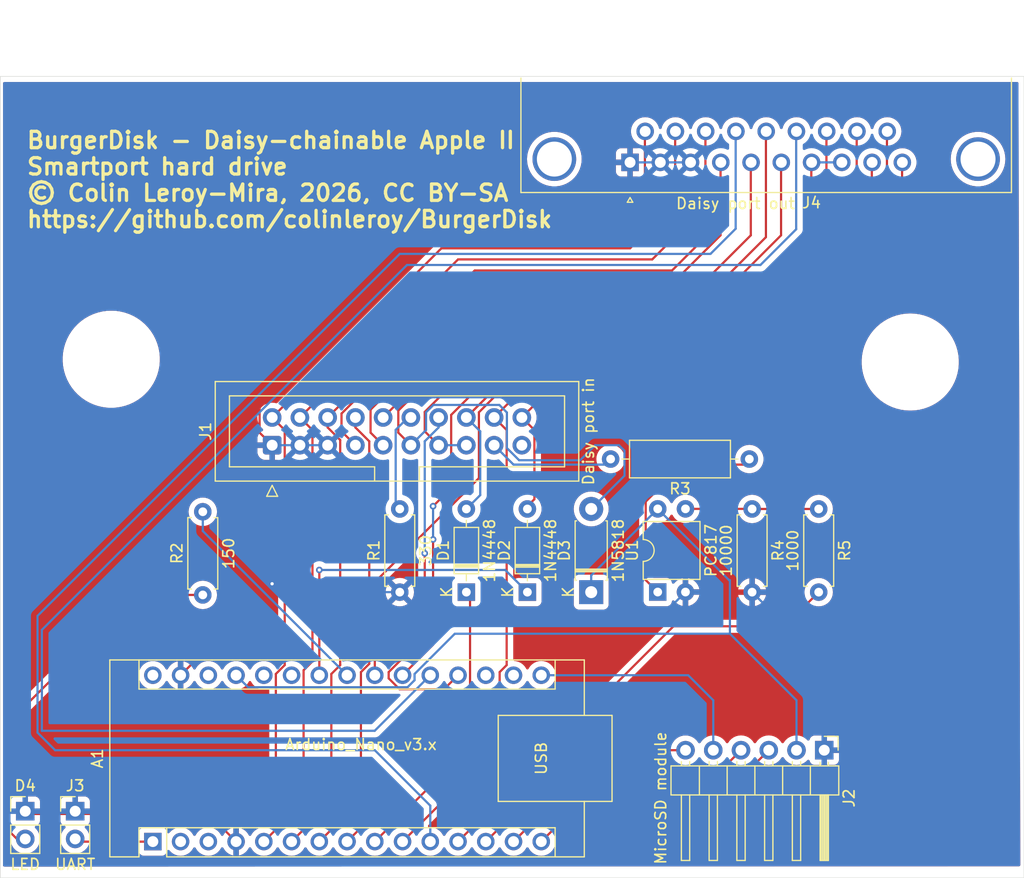
<source format=kicad_pcb>
(kicad_pcb (version 20221018) (generator pcbnew)
  (layers (0 "F.Cu" signal) (31 "B.Cu" signal) (34 "B.Paste" user) (35 "F.Paste" user) (36 "B.SilkS" user "B.Silkscreen") (37 "F.SilkS" user "F.Silkscreen") (38 "B.Mask" user) (39 "F.Mask" user) (44 "Edge.Cuts" user))
  (net 0 "")
  (net 1 "TX")
  (net 2 "GND")
  (net 3 "PH0")
  (net 4 "PH1")
  (net 5 "PH2")
  (net 6 "PH3_in")
  (net 7 "RDDATA_in")
  (net 8 "WRDATA")
  (net 9 "PH3_out")
  (net 10 "DRV2_burgerDisk")
  (net 11 "CS")
  (net 12 "MOSI")
  (net 13 "MISO")
  (net 14 "SCK")
  (net 15 "DRV1_in")
  (net 16 "HDSEL_out")
  (net 17 "DRV1_out")
  (net 18 "DRV2_out")
  (net 19 "WRPROT_in")
  (net 20 "5V_burgerDisk")
  (net 21 "RDDATA_out")
  (net 22 "WRPROT_out")
  (net 23 "5V_apple2")
  (net 24 "EN3.5")
  (net 25 "-12V")
  (net 26 "+12V")
  (net 27 "DRV2_in")
  (net 28 "WREQ")
  (net 38 "Net-(R4-Pad1)")
  (net 39 "Net-(R3-Pad1)")
  (net 40 "HDSEL_in")
  (net 41 "Net-(D4-A)")
  (net 42 "Net-(A1-A4)")
  (footprint "DSUB-19-angled:DSUB-19_Female_Horizontal_P2.77x2.84mm_EdgePinOffset4.94mm_Housed_MountingHolesOffset7.48mm" (layer "F.Cu") (at 128.524 45.72 180)
    (fp_text reference "J4" (at -16.62 -3.7 180) (layer "F.SilkS"))
    (fp_text value "Daisy port out" (at -9.647 -3.764 180) (layer "F.SilkS"))
    (pad "0" thru_hole circle (at -31.86 0.3 180) (size 4 4) (drill 3.2) (layers "*.Cu" "*.Mask"))
    (pad "0" thru_hole circle (at 6.93 0.3 180) (size 4 4) (drill 3.2) (layers "*.Cu" "*.Mask"))
    (pad "1" thru_hole rect (at 0 0 180) (size 1.6 1.6) (drill 1) (layers "*.Cu" "*.Mask") (net 2 "GND"))
    (pad "2" thru_hole circle (at -2.77 0 180) (size 1.6 1.6) (drill 1) (layers "*.Cu" "*.Mask") (net 2 "GND"))
    (pad "3" thru_hole circle (at -5.54 0 180) (size 1.6 1.6) (drill 1) (layers "*.Cu" "*.Mask") (net 2 "GND"))
    (pad "4" thru_hole circle (at -8.31 0 180) (size 1.6 1.6) (drill 1) (layers "*.Cu" "*.Mask") (net 24 "EN3.5"))
    (pad "5" thru_hole circle (at -11.08 0 180) (size 1.6 1.6) (drill 1) (layers "*.Cu" "*.Mask") (net 25 "-12V"))
    (pad "6" thru_hole circle (at -13.85 0 180) (size 1.6 1.6) (drill 1) (layers "*.Cu" "*.Mask") (net 23 "5V_apple2"))
    (pad "7" thru_hole circle (at -16.62 0 180) (size 1.6 1.6) (drill 1) (layers "*.Cu" "*.Mask") (net 26 "+12V"))
    (pad "8" thru_hole circle (at -19.39 0 180) (size 1.6 1.6) (drill 1) (layers "*.Cu" "*.Mask") (net 26 "+12V"))
    (pad "9" thru_hole circle (at -22.16 0 180) (size 1.6 1.6) (drill 1) (layers "*.Cu" "*.Mask") (net 18 "DRV2_out"))
    (pad "10" thru_hole circle (at -24.93 0 180) (size 1.6 1.6) (drill 1) (layers "*.Cu" "*.Mask") (net 22 "WRPROT_out"))
    (pad "11" thru_hole circle (at -1.385 2.84 180) (size 1.6 1.6) (drill 1) (layers "*.Cu" "*.Mask") (net 3 "PH0"))
    (pad "12" thru_hole circle (at -4.155 2.84 180) (size 1.6 1.6) (drill 1) (layers "*.Cu" "*.Mask") (net 4 "PH1"))
    (pad "13" thru_hole circle (at -6.925 2.84 180) (size 1.6 1.6) (drill 1) (layers "*.Cu" "*.Mask") (net 5 "PH2"))
    (pad "14" thru_hole circle (at -9.695 2.84 180) (size 1.6 1.6) (drill 1) (layers "*.Cu" "*.Mask") (net 9 "PH3_out"))
    (pad "15" thru_hole circle (at -12.465 2.84 180) (size 1.6 1.6) (drill 1) (layers "*.Cu" "*.Mask") (net 28 "WREQ"))
    (pad "16" thru_hole circle (at -15.235 2.84 180) (size 1.6 1.6) (drill 1) (layers "*.Cu" "*.Mask") (net 16 "HDSEL_out"))
    (pad "17" thru_hole circle (at -18.005 2.84 180) (size 1.6 1.6) (drill 1) (layers "*.Cu" "*.Mask") (net 17 "DRV1_out"))
    (pad "18" thru_hole circle (at -20.775 2.84 180) (size 1.6 1.6) (drill 1) (layers "*.Cu" "*.Mask") (net 21 "RDDATA_out"))
    (pad "19" thru_hole circle (at -23.545 2.84 180) (size 1.6 1.6) (drill 1) (layers "*.Cu" "*.Mask") (net 8 "WRDATA"))
  )
  (footprint "Diode_THT:D_DO-41_SOD81_P7.62mm_Horizontal" (layer "F.Cu") (at 124.968 85.09 90)
    (fp_text reference "D3" (at 3.81 -2.47 90) (layer "F.SilkS"))
    (fp_text value "1N5818" (at 3.81 2.47 90) (layer "F.SilkS"))
    (fp_text user "K" (at 0 -2.1 90) (layer "F.SilkS"))
    (pad "1" thru_hole rect (at 0 0 90) (size 2.2 2.2) (drill 1.1) (layers "*.Cu" "*.Mask") (net 20 "5V_burgerDisk"))
    (pad "2" thru_hole oval (at 7.62 0 90) (size 2.2 2.2) (drill 1.1) (layers "*.Cu" "*.Mask") (net 23 "5V_apple2"))
  )
  (footprint "Package_DIP:DIP-4_W7.62mm" (layer "F.Cu") (at 131.059 85.08 90)
    (fp_text reference "U1" (at 3.81 -2.33 90) (layer "F.SilkS"))
    (fp_text value "PC817" (at 3.81 4.87 90) (layer "F.SilkS"))
    (pad "1" thru_hole rect (at 0 0 90) (size 1.6 1.6) (drill 0.8) (layers "*.Cu" "*.Mask") (net 39 "Net-(R3-Pad1)"))
    (pad "2" thru_hole oval (at 0 2.54 90) (size 1.6 1.6) (drill 0.8) (layers "*.Cu" "*.Mask") (net 2 "GND"))
    (pad "3" thru_hole oval (at 7.62 2.54 90) (size 1.6 1.6) (drill 0.8) (layers "*.Cu" "*.Mask") (net 38 "Net-(R4-Pad1)"))
    (pad "4" thru_hole oval (at 7.62 0 90) (size 1.6 1.6) (drill 0.8) (layers "*.Cu" "*.Mask") (net 20 "5V_burgerDisk"))
  )
  (footprint "Resistor_THT:R_Axial_DIN0207_L6.3mm_D2.5mm_P7.62mm_Horizontal" (layer "F.Cu") (at 107.442 85.09 90)
    (fp_text reference "R1" (at 3.81 -2.37 90) (layer "F.SilkS"))
    (fp_text value "330" (at 3.81 2.37 90) (layer "F.SilkS"))
    (pad "1" thru_hole circle (at 0 0 90) (size 1.6 1.6) (drill 0.8) (layers "*.Cu" "*.Mask") (net 2 "GND"))
    (pad "2" thru_hole oval (at 7.62 0 90) (size 1.6 1.6) (drill 0.8) (layers "*.Cu" "*.Mask") (net 40 "HDSEL_in"))
  )
  (footprint "Connector_PinHeader_2.54mm:PinHeader_1x02_P2.54mm_Vertical" (layer "F.Cu") (at 73.152 105.156)
    (fp_text reference "D4" (at 0 -2.33) (layer "F.SilkS"))
    (fp_text value "LED" (at 0 4.87) (layer "F.SilkS"))
    (pad "1" thru_hole rect (at 0 0) (size 1.7 1.7) (drill 1) (layers "*.Cu" "*.Mask") (net 2 "GND"))
    (pad "2" thru_hole oval (at 0 2.54) (size 1.7 1.7) (drill 1) (layers "*.Cu" "*.Mask") (net 41 "Net-(D4-A)"))
  )
  (footprint "MountingHole:MountingHole_8.4mm_M8" (layer "F.Cu") (at 154.178 64.008)
    (fp_text reference "REF**")
    (fp_text value "MountingHole_8.4mm_M8")
    (pad "" np_thru_hole circle (at 0 0) (size 8.4 8.4) (drill 8.4) (layers "*.Cu" "*.Mask"))
  )
  (footprint "Connector_PinHeader_2.54mm:PinHeader_1x02_P2.54mm_Vertical" (layer "F.Cu") (at 77.724 105.156)
    (fp_text reference "J3" (at 0 -2.33) (layer "F.SilkS"))
    (fp_text value "UART" (at 0 4.87) (layer "F.SilkS"))
    (pad "1" thru_hole rect (at 0 0) (size 1.7 1.7) (drill 1) (layers "*.Cu" "*.Mask") (net 2 "GND"))
    (pad "2" thru_hole oval (at 0 2.54) (size 1.7 1.7) (drill 1) (layers "*.Cu" "*.Mask") (net 1 "TX"))
  )
  (footprint "MountingHole:MountingHole_8.4mm_M8" (layer "F.Cu") (at 81.026 63.754)
    (fp_text reference "REF**")
    (fp_text value "MountingHole_8.4mm_M8")
    (pad "" np_thru_hole circle (at 0 0) (size 8.4 8.4) (drill 8.4) (layers "*.Cu" "*.Mask"))
  )
  (footprint "Resistor_THT:R_Axial_DIN0309_L9.0mm_D3.2mm_P12.70mm_Horizontal" (layer "F.Cu") (at 139.446 72.898 180)
    (fp_text reference "R3" (at 6.35 -2.72) (layer "F.SilkS"))
    (fp_text value "470")
    (pad "1" thru_hole circle (at 0 0 180) (size 1.6 1.6) (drill 0.8) (layers "*.Cu" "*.Mask") (net 39 "Net-(R3-Pad1)"))
    (pad "2" thru_hole oval (at 12.7 0 180) (size 1.6 1.6) (drill 0.8) (layers "*.Cu" "*.Mask") (net 27 "DRV2_in"))
  )
  (footprint "Resistor_THT:R_Axial_DIN0207_L6.3mm_D2.5mm_P7.62mm_Horizontal" (layer "F.Cu") (at 139.7 77.47 -90)
    (fp_text reference "R4" (at 3.81 -2.37 90) (layer "F.SilkS"))
    (fp_text value "10000" (at 3.81 2.37 90) (layer "F.SilkS"))
    (pad "1" thru_hole circle (at 0 0 270) (size 1.6 1.6) (drill 0.8) (layers "*.Cu" "*.Mask") (net 38 "Net-(R4-Pad1)"))
    (pad "2" thru_hole oval (at 7.62 0 270) (size 1.6 1.6) (drill 0.8) (layers "*.Cu" "*.Mask") (net 2 "GND"))
  )
  (footprint "Module:Arduino_Nano" (layer "F.Cu") (at 84.836 107.94 90)
    (fp_text reference "A1" (at 7.62 -5.08 90) (layer "F.SilkS"))
    (fp_text value "Arduino_Nano_v3.x" (at 8.89 19.05) (layer "F.SilkS"))
    (fp_text user "USB" (at 7.62 35.56 90 unlocked) (layer "F.SilkS"))
    (pad "1" thru_hole rect (at 0 0 90) (size 1.6 1.6) (drill 1) (layers "*.Cu" "*.Mask") (net 1 "TX"))
    (pad "2" thru_hole oval (at 0 2.54 90) (size 1.6 1.6) (drill 1) (layers "*.Cu" "*.Mask"))
    (pad "3" thru_hole oval (at 0 5.08 90) (size 1.6 1.6) (drill 1) (layers "*.Cu" "*.Mask"))
    (pad "4" thru_hole oval (at 0 7.62 90) (size 1.6 1.6) (drill 1) (layers "*.Cu" "*.Mask") (net 2 "GND"))
    (pad "5" thru_hole oval (at 0 10.16 90) (size 1.6 1.6) (drill 1) (layers "*.Cu" "*.Mask") (net 3 "PH0"))
    (pad "6" thru_hole oval (at 0 12.7 90) (size 1.6 1.6) (drill 1) (layers "*.Cu" "*.Mask") (net 4 "PH1"))
    (pad "7" thru_hole oval (at 0 15.24 90) (size 1.6 1.6) (drill 1) (layers "*.Cu" "*.Mask") (net 5 "PH2"))
    (pad "8" thru_hole oval (at 0 17.78 90) (size 1.6 1.6) (drill 1) (layers "*.Cu" "*.Mask") (net 6 "PH3_in"))
    (pad "9" thru_hole oval (at 0 20.32 90) (size 1.6 1.6) (drill 1) (layers "*.Cu" "*.Mask") (net 7 "RDDATA_in"))
    (pad "10" thru_hole oval (at 0 22.86 90) (size 1.6 1.6) (drill 1) (layers "*.Cu" "*.Mask") (net 8 "WRDATA"))
    (pad "11" thru_hole oval (at 0 25.4 90) (size 1.6 1.6) (drill 1) (layers "*.Cu" "*.Mask") (net 9 "PH3_out"))
    (pad "12" thru_hole oval (at 0 27.94 90) (size 1.6 1.6) (drill 1) (layers "*.Cu" "*.Mask") (net 10 "DRV2_burgerDisk"))
    (pad "13" thru_hole oval (at 0 30.48 90) (size 1.6 1.6) (drill 1) (layers "*.Cu" "*.Mask") (net 11 "CS"))
    (pad "14" thru_hole oval (at 0 33.02 90) (size 1.6 1.6) (drill 1) (layers "*.Cu" "*.Mask") (net 12 "MOSI"))
    (pad "15" thru_hole oval (at 0 35.56 90) (size 1.6 1.6) (drill 1) (layers "*.Cu" "*.Mask") (net 13 "MISO"))
    (pad "16" thru_hole oval (at 15.24 35.56 90) (size 1.6 1.6) (drill 1) (layers "*.Cu" "*.Mask") (net 14 "SCK"))
    (pad "17" thru_hole oval (at 15.24 33.02 90) (size 1.6 1.6) (drill 1) (layers "*.Cu" "*.Mask"))
    (pad "18" thru_hole oval (at 15.24 30.48 90) (size 1.6 1.6) (drill 1) (layers "*.Cu" "*.Mask"))
    (pad "19" thru_hole oval (at 15.24 27.94 90) (size 1.6 1.6) (drill 1) (layers "*.Cu" "*.Mask") (net 15 "DRV1_in"))
    (pad "20" thru_hole oval (at 15.24 25.4 90) (size 1.6 1.6) (drill 1) (layers "*.Cu" "*.Mask") (net 16 "HDSEL_out"))
    (pad "21" thru_hole oval (at 15.24 22.86 90) (size 1.6 1.6) (drill 1) (layers "*.Cu" "*.Mask") (net 17 "DRV1_out"))
    (pad "22" thru_hole oval (at 15.24 20.32 90) (size 1.6 1.6) (drill 1) (layers "*.Cu" "*.Mask") (net 18 "DRV2_out"))
    (pad "23" thru_hole oval (at 15.24 17.78 90) (size 1.6 1.6) (drill 1) (layers "*.Cu" "*.Mask") (net 42 "Net-(A1-A4)"))
    (pad "24" thru_hole oval (at 15.24 15.24 90) (size 1.6 1.6) (drill 1) (layers "*.Cu" "*.Mask") (net 19 "WRPROT_in"))
    (pad "25" thru_hole oval (at 15.24 12.7 90) (size 1.6 1.6) (drill 1) (layers "*.Cu" "*.Mask"))
    (pad "26" thru_hole oval (at 15.24 10.16 90) (size 1.6 1.6) (drill 1) (layers "*.Cu" "*.Mask"))
    (pad "27" thru_hole oval (at 15.24 7.62 90) (size 1.6 1.6) (drill 1) (layers "*.Cu" "*.Mask") (net 20 "5V_burgerDisk"))
    (pad "28" thru_hole oval (at 15.24 5.08 90) (size 1.6 1.6) (drill 1) (layers "*.Cu" "*.Mask"))
    (pad "29" thru_hole oval (at 15.24 2.54 90) (size 1.6 1.6) (drill 1) (layers "*.Cu" "*.Mask") (net 2 "GND"))
    (pad "30" thru_hole oval (at 15.24 0 90) (size 1.6 1.6) (drill 1) (layers "*.Cu" "*.Mask"))
  )
  (footprint "Connector_IDC:IDC-Header_2x10_P2.54mm_Vertical" (layer "F.Cu") (at 95.758 71.628 90)
    (fp_text reference "J1" (at 1.27 -6.1 90) (layer "F.SilkS"))
    (fp_text value "Daisy port in" (at 1.27 28.96 90) (layer "F.SilkS"))
    (pad "1" thru_hole roundrect (at 0 0 90) (size 1.7 1.7) (drill 1) (layers "*.Cu" "*.Mask") (roundrect_rratio 0.1470588235) (net 2 "GND"))
    (pad "2" thru_hole circle (at 2.54 0 90) (size 1.7 1.7) (drill 1) (layers "*.Cu" "*.Mask") (net 3 "PH0"))
    (pad "3" thru_hole circle (at 0 2.54 90) (size 1.7 1.7) (drill 1) (layers "*.Cu" "*.Mask") (net 2 "GND"))
    (pad "4" thru_hole circle (at 2.54 2.54 90) (size 1.7 1.7) (drill 1) (layers "*.Cu" "*.Mask") (net 4 "PH1"))
    (pad "5" thru_hole circle (at 0 5.08 90) (size 1.7 1.7) (drill 1) (layers "*.Cu" "*.Mask") (net 2 "GND"))
    (pad "6" thru_hole circle (at 2.54 5.08 90) (size 1.7 1.7) (drill 1) (layers "*.Cu" "*.Mask") (net 5 "PH2"))
    (pad "7" thru_hole circle (at 0 7.62 90) (size 1.7 1.7) (drill 1) (layers "*.Cu" "*.Mask") (net 24 "EN3.5"))
    (pad "8" thru_hole circle (at 2.54 7.62 90) (size 1.7 1.7) (drill 1) (layers "*.Cu" "*.Mask") (net 6 "PH3_in"))
    (pad "9" thru_hole circle (at 0 10.16 90) (size 1.7 1.7) (drill 1) (layers "*.Cu" "*.Mask") (net 25 "-12V"))
    (pad "10" thru_hole circle (at 2.54 10.16 90) (size 1.7 1.7) (drill 1) (layers "*.Cu" "*.Mask") (net 28 "WREQ"))
    (pad "11" thru_hole circle (at 0 12.7 90) (size 1.7 1.7) (drill 1) (layers "*.Cu" "*.Mask") (net 23 "5V_apple2"))
    (pad "12" thru_hole circle (at 2.54 12.7 90) (size 1.7 1.7) (drill 1) (layers "*.Cu" "*.Mask") (net 40 "HDSEL_in"))
    (pad "13" thru_hole circle (at 0 15.24 90) (size 1.7 1.7) (drill 1) (layers "*.Cu" "*.Mask") (net 26 "+12V"))
    (pad "14" thru_hole circle (at 2.54 15.24 90) (size 1.7 1.7) (drill 1) (layers "*.Cu" "*.Mask") (net 15 "DRV1_in"))
    (pad "15" thru_hole circle (at 0 17.78 90) (size 1.7 1.7) (drill 1) (layers "*.Cu" "*.Mask") (net 26 "+12V"))
    (pad "16" thru_hole circle (at 2.54 17.78 90) (size 1.7 1.7) (drill 1) (layers "*.Cu" "*.Mask") (net 21 "RDDATA_out"))
    (pad "17" thru_hole circle (at 0 20.32 90) (size 1.7 1.7) (drill 1) (layers "*.Cu" "*.Mask") (net 27 "DRV2_in"))
    (pad "18" thru_hole circle (at 2.54 20.32 90) (size 1.7 1.7) (drill 1) (layers "*.Cu" "*.Mask") (net 8 "WRDATA"))
    (pad "19" thru_hole circle (at 0 22.86 90) (size 1.7 1.7) (drill 1) (layers "*.Cu" "*.Mask"))
    (pad "20" thru_hole circle (at 2.54 22.86 90) (size 1.7 1.7) (drill 1) (layers "*.Cu" "*.Mask") (net 22 "WRPROT_out"))
  )
  (footprint "Connector_PinHeader_2.54mm:PinHeader_1x06_P2.54mm_Horizontal" (layer "F.Cu") (at 146.304 99.568 -90)
    (fp_text reference "J2" (at 4.385 -2.27 -90) (layer "F.SilkS"))
    (fp_text value "MicroSD module" (at 4.385 14.97 -90) (layer "F.SilkS"))
    (pad "1" thru_hole rect (at 0 0 270) (size 1.7 1.7) (drill 1) (layers "*.Cu" "*.Mask") (net 2 "GND"))
    (pad "2" thru_hole oval (at 0 2.54 270) (size 1.7 1.7) (drill 1) (layers "*.Cu" "*.Mask") (net 20 "5V_burgerDisk"))
    (pad "3" thru_hole oval (at 0 5.08 270) (size 1.7 1.7) (drill 1) (layers "*.Cu" "*.Mask") (net 13 "MISO"))
    (pad "4" thru_hole oval (at 0 7.62 270) (size 1.7 1.7) (drill 1) (layers "*.Cu" "*.Mask") (net 12 "MOSI"))
    (pad "5" thru_hole oval (at 0 10.16 270) (size 1.7 1.7) (drill 1) (layers "*.Cu" "*.Mask") (net 14 "SCK"))
    (pad "6" thru_hole oval (at 0 12.7 270) (size 1.7 1.7) (drill 1) (layers "*.Cu" "*.Mask") (net 11 "CS"))
  )
  (footprint "Diode_THT:D_DO-35_SOD27_P7.62mm_Horizontal" (layer "F.Cu") (at 119.126 85.09 90)
    (fp_text reference "D2" (at 3.81 -2.12 90) (layer "F.SilkS"))
    (fp_text value "1N4448" (at 3.81 2.12 90) (layer "F.SilkS"))
    (fp_text user "K" (at 0 -1.8 90) (layer "F.SilkS"))
    (pad "1" thru_hole rect (at 0 0 90) (size 1.6 1.6) (drill 0.8) (layers "*.Cu" "*.Mask") (net 19 "WRPROT_in"))
    (pad "2" thru_hole oval (at 7.62 0 90) (size 1.6 1.6) (drill 0.8) (layers "*.Cu" "*.Mask") (net 22 "WRPROT_out"))
  )
  (footprint "Resistor_THT:R_Axial_DIN0207_L6.3mm_D2.5mm_P7.62mm_Horizontal" (layer "F.Cu") (at 89.408 85.344 90)
    (fp_text reference "R2" (at 3.81 -2.37 90) (layer "F.SilkS"))
    (fp_text value "150" (at 3.81 2.37 90) (layer "F.SilkS"))
    (pad "1" thru_hole circle (at 0 0 90) (size 1.6 1.6) (drill 0.8) (layers "*.Cu" "*.Mask") (net 41 "Net-(D4-A)"))
    (pad "2" thru_hole oval (at 7.62 0 90) (size 1.6 1.6) (drill 0.8) (layers "*.Cu" "*.Mask") (net 42 "Net-(A1-A4)"))
  )
  (footprint "Resistor_THT:R_Axial_DIN0207_L6.3mm_D2.5mm_P7.62mm_Horizontal" (layer "F.Cu") (at 145.796 77.47 -90)
    (fp_text reference "R5" (at 3.81 -2.37 90) (layer "F.SilkS"))
    (fp_text value "1000" (at 3.81 2.37 90) (layer "F.SilkS"))
    (pad "1" thru_hole circle (at 0 0 270) (size 1.6 1.6) (drill 0.8) (layers "*.Cu" "*.Mask") (net 38 "Net-(R4-Pad1)"))
    (pad "2" thru_hole oval (at 7.62 0 270) (size 1.6 1.6) (drill 0.8) (layers "*.Cu" "*.Mask") (net 10 "DRV2_burgerDisk"))
  )
  (footprint "Diode_THT:D_DO-35_SOD27_P7.62mm_Horizontal" (layer "F.Cu") (at 113.538 85.09 90)
    (fp_text reference "D1" (at 3.81 -2.12 90) (layer "F.SilkS"))
    (fp_text value "1N4448" (at 3.81 2.12 90) (layer "F.SilkS"))
    (fp_text user "K" (at 0 -1.8 90) (layer "F.SilkS"))
    (pad "1" thru_hole rect (at 0 0 90) (size 1.6 1.6) (drill 0.8) (layers "*.Cu" "*.Mask") (net 7 "RDDATA_in"))
    (pad "2" thru_hole oval (at 7.62 0 90) (size 1.6 1.6) (drill 0.8) (layers "*.Cu" "*.Mask") (net 21 "RDDATA_out"))
  )
  (gr_rect (start 70.866 37.846) (end 164.592 111.252) (stroke (width 0.05)) (fill none) (layer "Edge.Cuts"))
  (gr_text "BurgerDisk - Daisy-chainable Apple II \nSmartport hard drive\n© Colin Leroy-Mira, 2026, CC BY-SA\nhttps://github.com/colinleroy/BurgerDisk" (at 73.152 51.816) (layer "F.SilkS") (effects (font (size 1.5 1.5) (thickness 0.3) bold) (justify left bottom)))
  (segment (start 77.724 107.696) (end 77.973 107.945) (width 0.2) (layer "F.Cu") (net 1))
  (segment (start 77.973 107.945) (end 84.831 107.945) (width 0.2) (layer "F.Cu") (net 1))
  (segment (start 84.831 107.945) (end 84.836 107.94) (width 0.2) (layer "F.Cu") (net 1))
  (segment (start 139.69 85.08) (end 139.7 85.09) (width 0.2) (layer "F.Cu") (net 2))
  (segment (start 73.152 105.156) (end 73.406 105.41) (width 0.2) (layer "F.Cu") (net 2))
  (segment (start 95.758 84.318) (end 95.753 84.323) (width 0.2) (layer "F.Cu") (net 2))
  (segment (start 87.376 92.7) (end 87.376 102.616) (width 0.2) (layer "F.Cu") (net 2))
  (segment (start 73.406 105.41) (end 77.47 105.41) (width 0.2) (layer "F.Cu") (net 2))
  (segment (start 95.758 71.628) (end 95.758 84.318) (width 0.2) (layer "F.Cu") (net 2))
  (segment (start 77.724 105.156) (end 77.973 105.405) (width 0.2) (layer "F.Cu") (net 2))
  (segment (start 94.608 70.478) (end 94.608 67.444) (width 0.2) (layer "F.Cu") (net 2))
  (segment (start 77.973 105.405) (end 84.587 105.405) (width 0.2) (layer "F.Cu") (net 2))
  (segment (start 87.376 102.86) (end 92.456 107.94) (width 0.2) (layer "F.Cu") (net 2))
  (segment (start 127.254 53.086) (end 128.5 51.84) (width 0.2) (layer "F.Cu") (net 2))
  (segment (start 95.758 71.628) (end 94.608 70.478) (width 0.2) (layer "F.Cu") (net 2))
  (segment (start 95.753 84.323) (end 87.376 92.7) (width 0.2) (layer "F.Cu") (net 2))
  (segment (start 128.5 45.744) (end 128.524 45.72) (width 0.2) (layer "F.Cu") (net 2))
  (segment (start 84.587 105.405) (end 87.376 102.616) (width 0.2) (layer "F.Cu") (net 2))
  (segment (start 128.5 51.84) (end 128.5 45.744) (width 0.2) (layer "F.Cu") (net 2))
  (segment (start 108.966 53.086) (end 127.254 53.086) (width 0.2) (layer "F.Cu") (net 2))
  (segment (start 133.599 85.08) (end 139.69 85.08) (width 0.2) (layer "F.Cu") (net 2))
  (segment (start 94.608 67.444) (end 108.966 53.086) (width 0.2) (layer "F.Cu") (net 2))
  (segment (start 87.376 102.616) (end 87.376 102.86) (width 0.2) (layer "F.Cu") (net 2))
  (segment (start 77.47 105.41) (end 77.724 105.156) (width 0.2) (layer "F.Cu") (net 2))
  (via (at 95.753 84.323) (size 0.6) (drill 0.3) (layers "F.Cu" "B.Cu") (net 2))
  (segment (start 131.294 45.72) (end 134.064 45.72) (width 0.2) (layer "B.Cu") (net 2))
  (segment (start 107.442 85.09) (end 109.474 87.122) (width 0.2) (layer "B.Cu") (net 2))
  (segment (start 98.298 71.628) (end 95.758 71.628) (width 0.2) (layer "B.Cu") (net 2))
  (segment (start 146.304 91.694) (end 139.7 85.09) (width 0.2) (layer "B.Cu") (net 2))
  (segment (start 107.442 85.09) (end 96.52 85.09) (width 0.2) (layer "B.Cu") (net 2))
  (segment (start 96.52 85.09) (end 95.753 84.323) (width 0.2) (layer "B.Cu") (net 2))
  (segment (start 146.304 99.568) (end 146.304 91.694) (width 0.2) (layer "B.Cu") (net 2))
  (segment (start 98.298 71.628) (end 100.838 71.628) (width 0.2) (layer "B.Cu") (net 2))
  (segment (start 131.557 87.122) (end 133.599 85.08) (width 0.2) (layer "B.Cu") (net 2))
  (segment (start 109.474 87.122) (end 131.557 87.122) (width 0.2) (layer "B.Cu") (net 2))
  (segment (start 128.524 45.72) (end 131.294 45.72) (width 0.2) (layer "B.Cu") (net 2))
  (segment (start 96.908 91.772365) (end 96.096 92.584365) (width 0.2) (layer "F.Cu") (net 3))
  (segment (start 96.096 92.584365) (end 96.096 106.84) (width 0.2) (layer "F.Cu") (net 3))
  (segment (start 111.252 53.594) (end 128.524 53.594) (width 0.2) (layer "F.Cu") (net 3))
  (segment (start 95.758 69.088) (end 111.252 53.594) (width 0.2) (layer "F.Cu") (net 3))
  (segment (start 128.524 53.594) (end 129.885 52.233) (width 0.2) (layer "F.Cu") (net 3))
  (segment (start 129.885 42.904) (end 129.909 42.88) (width 0.2) (layer "F.Cu") (net 3))
  (segment (start 95.758 69.088) (end 96.908 70.238) (width 0.2) (layer "F.Cu") (net 3))
  (segment (start 96.096 106.84) (end 94.996 107.94) (width 0.2) (layer "F.Cu") (net 3))
  (segment (start 96.908 70.238) (end 96.908 91.772365) (width 0.2) (layer "F.Cu") (net 3))
  (segment (start 129.885 52.233) (end 129.885 42.904) (width 0.2) (layer "F.Cu") (net 3))
  (segment (start 112.776 54.61) (end 130.556 54.61) (width 0.2) (layer "F.Cu") (net 4))
  (segment (start 132.655 52.511) (end 132.655 42.904) (width 0.2) (layer "F.Cu") (net 4))
  (segment (start 98.298 69.088) (end 99.448 70.238) (width 0.2) (layer "F.Cu") (net 4))
  (segment (start 99.448 70.238) (end 99.448 91.432365) (width 0.2) (layer "F.Cu") (net 4))
  (segment (start 132.655 42.904) (end 132.679 42.88) (width 0.2) (layer "F.Cu") (net 4))
  (segment (start 98.636 92.244365) (end 98.636 106.84) (width 0.2) (layer "F.Cu") (net 4))
  (segment (start 98.298 69.088) (end 112.776 54.61) (width 0.2) (layer "F.Cu") (net 4))
  (segment (start 99.448 91.432365) (end 98.636 92.244365) (width 0.2) (layer "F.Cu") (net 4))
  (segment (start 130.556 54.61) (end 132.655 52.511) (width 0.2) (layer "F.Cu") (net 4))
  (segment (start 98.636 106.84) (end 97.536 107.94) (width 0.2) (layer "F.Cu") (net 4))
  (segment (start 101.988 71.151654) (end 101.988 91.772365) (width 0.2) (layer "F.Cu") (net 5))
  (segment (start 100.838 69.088) (end 114.3 55.626) (width 0.2) (layer "F.Cu") (net 5))
  (segment (start 114.3 55.626) (end 132.368635 55.626) (width 0.2) (layer "F.Cu") (net 5))
  (segment (start 135.425 52.569635) (end 135.425 42.904) (width 0.2) (layer "F.Cu") (net 5))
  (segment (start 101.176 106.84) (end 100.076 107.94) (width 0.2) (layer "F.Cu") (net 5))
  (segment (start 132.368635 55.626) (end 135.425 52.569635) (width 0.2) (layer "F.Cu") (net 5))
  (segment (start 101.988 91.772365) (end 101.176 92.584365) (width 0.2) (layer "F.Cu") (net 5))
  (segment (start 101.176 92.584365) (end 101.176 106.84) (width 0.2) (layer "F.Cu") (net 5))
  (segment (start 100.838 70.001654) (end 101.988 71.151654) (width 0.2) (layer "F.Cu") (net 5))
  (segment (start 135.425 42.904) (end 135.449 42.88) (width 0.2) (layer "F.Cu") (net 5))
  (segment (start 100.838 69.088) (end 100.838 70.001654) (width 0.2) (layer "F.Cu") (net 5))
  (segment (start 103.378 70.001654) (end 104.648 71.271654) (width 0.2) (layer "F.Cu") (net 6))
  (segment (start 104.648 71.271654) (end 104.648 91.652365) (width 0.2) (layer "F.Cu") (net 6))
  (segment (start 104.648 91.652365) (end 103.886 92.414365) (width 0.2) (layer "F.Cu") (net 6))
  (segment (start 103.886 92.414365) (end 103.886 106.67) (width 0.2) (layer "F.Cu") (net 6))
  (segment (start 103.886 106.67) (end 102.616 107.94) (width 0.2) (layer "F.Cu") (net 6))
  (segment (start 103.378 69.088) (end 103.378 70.001654) (width 0.2) (layer "F.Cu") (net 6))
  (segment (start 113.538 85.09) (end 113.876 85.428) (width 0.2) (layer "F.Cu") (net 7))
  (segment (start 113.876 85.428) (end 113.876 99.22) (width 0.2) (layer "F.Cu") (net 7))
  (segment (start 113.876 99.22) (end 105.156 107.94) (width 0.2) (layer "F.Cu") (net 7))
  (segment (start 117.228 91.772365) (end 116.586 92.414365) (width 0.2) (layer "F.Cu") (net 8))
  (segment (start 152.045 42.904) (end 152.069 42.88) (width 0.2) (layer "F.Cu") (net 8))
  (segment (start 152.045 51.579686) (end 152.045 42.904) (width 0.2) (layer "F.Cu") (net 8))
  (segment (start 117.228 70.238) (end 117.228 91.772365) (width 0.2) (layer "F.Cu") (net 8))
  (segment (start 143.426686 60.198) (end 152.045 51.579686) (width 0.2) (layer "F.Cu") (net 8))
  (segment (start 116.078 69.088) (end 124.968 60.198) (width 0.2) (layer "F.Cu") (net 8))
  (segment (start 124.968 60.198) (end 143.426686 60.198) (width 0.2) (layer "F.Cu") (net 8))
  (segment (start 116.586 99.05) (end 107.696 107.94) (width 0.2) (layer "F.Cu") (net 8))
  (segment (start 116.078 69.088) (end 117.228 70.238) (width 0.2) (layer "F.Cu") (net 8))
  (segment (start 116.586 92.414365) (end 116.586 99.05) (width 0.2) (layer "F.Cu") (net 8))
  (segment (start 138.195 42.904) (end 138.219 42.88) (width 0.2) (layer "B.Cu") (net 9))
  (segment (start 105.156 99.568) (end 75.888315 99.568) (width 0.2) (layer "B.Cu") (net 9))
  (segment (start 75.888315 99.568) (end 74.276 97.955685) (width 0.2) (layer "B.Cu") (net 9))
  (segment (start 135.89 54.102) (end 138.195 51.797) (width 0.2) (layer "B.Cu") (net 9))
  (segment (start 74.276 87.268) (end 107.442 54.102) (width 0.2) (layer "B.Cu") (net 9))
  (segment (start 110.236 104.648) (end 105.156 99.568) (width 0.2) (layer "B.Cu") (net 9))
  (segment (start 74.276 97.955685) (end 74.276 87.268) (width 0.2) (layer "B.Cu") (net 9))
  (segment (start 110.236 107.94) (end 110.236 104.648) (width 0.2) (layer "B.Cu") (net 9))
  (segment (start 107.442 54.102) (end 135.89 54.102) (width 0.2) (layer "B.Cu") (net 9))
  (segment (start 138.195 51.797) (end 138.195 42.904) (width 0.2) (layer "B.Cu") (net 9))
  (segment (start 112.776 107.94) (end 132.499 88.217) (width 0.2) (layer "F.Cu") (net 10))
  (segment (start 132.499 88.217) (end 142.669 88.217) (width 0.2) (layer "F.Cu") (net 10))
  (segment (start 142.669 88.217) (end 145.796 85.09) (width 0.2) (layer "F.Cu") (net 10))
  (segment (start 123.688 99.568) (end 133.604 99.568) (width 0.2) (layer "F.Cu") (net 11))
  (segment (start 115.316 107.94) (end 123.688 99.568) (width 0.2) (layer "F.Cu") (net 11))
  (segment (start 118.966 106.84) (end 122.428 103.378) (width 0.2) (layer "F.Cu") (net 12))
  (segment (start 134.874 103.378) (end 138.684 99.568) (width 0.2) (layer "F.Cu") (net 12))
  (segment (start 117.856 107.94) (end 118.956 106.84) (width 0.2) (layer "F.Cu") (net 12))
  (segment (start 122.428 103.378) (end 134.874 103.378) (width 0.2) (layer "F.Cu") (net 12))
  (segment (start 118.956 106.84) (end 118.966 106.84) (width 0.2) (layer "F.Cu") (net 12))
  (segment (start 136.144 104.648) (end 141.224 99.568) (width 0.2) (layer "F.Cu") (net 13))
  (segment (start 123.688 104.648) (end 136.144 104.648) (width 0.2) (layer "F.Cu") (net 13))
  (segment (start 120.396 107.94) (end 123.688 104.648) (width 0.2) (layer "F.Cu") (net 13))
  (segment (start 133.848 92.7) (end 136.144 94.996) (width 0.2) (layer "B.Cu") (net 14))
  (segment (start 120.396 92.7) (end 133.848 92.7) (width 0.2) (layer "B.Cu") (net 14))
  (segment (start 136.144 94.996) (end 136.144 99.568) (width 0.2) (layer "B.Cu") (net 14))
  (segment (start 106.426 92.985635) (end 107.420365 93.98) (width 0.2) (layer "F.Cu") (net 15))
  (segment (start 111.496 93.98) (end 112.776 92.7) (width 0.2) (layer "F.Cu") (net 15))
  (segment (start 106.426 92.414365) (end 106.426 92.985635) (width 0.2) (layer "F.Cu") (net 15))
  (segment (start 109.728 89.112365) (end 106.426 92.414365) (width 0.2) (layer "F.Cu") (net 15))
  (segment (start 109.728 81.534) (end 109.728 89.112365) (width 0.2) (layer "F.Cu") (net 15))
  (segment (start 107.420365 93.98) (end 111.496 93.98) (width 0.2) (layer "F.Cu") (net 15))
  (via (at 109.728 81.534) (size 0.6) (drill 0.3) (layers "F.Cu" "B.Cu") (net 15))
  (segment (start 110.998 69.088) (end 110.998 70.001654) (width 0.2) (layer "B.Cu") (net 15))
  (segment (start 110.998 70.001654) (end 109.728 71.271654) (width 0.2) (layer "B.Cu") (net 15))
  (segment (start 109.728 71.271654) (end 109.728 81.534) (width 0.2) (layer "B.Cu") (net 15))
  (segment (start 108.101654 55.118) (end 140.462 55.118) (width 0.2) (layer "B.Cu") (net 16))
  (segment (start 143.735 42.904) (end 143.759 42.88) (width 0.2) (layer "B.Cu") (net 16))
  (segment (start 140.462 55.118) (end 143.735 51.845) (width 0.2) (layer "B.Cu") (net 16))
  (segment (start 74.676 88.543654) (end 108.101654 55.118) (width 0.2) (layer "B.Cu") (net 16))
  (segment (start 143.735 51.845) (end 143.735 42.904) (width 0.2) (layer "B.Cu") (net 16))
  (segment (start 74.676 97.79) (end 74.676 88.543654) (width 0.2) (layer "B.Cu") (net 16))
  (segment (start 110.236 92.7) (end 105.146 97.79) (width 0.2) (layer "B.Cu") (net 16))
  (segment (start 105.146 97.79) (end 74.676 97.79) (width 0.2) (layer "B.Cu") (net 16))
  (segment (start 112.148 75.558) (end 112.148 68.851654) (width 0.2) (layer "F.Cu") (net 17))
  (segment (start 110.49 80.264) (end 110.49 89.906) (width 0.2) (layer "F.Cu") (net 17))
  (segment (start 140.400635 58.674) (end 146.505 52.569635) (width 0.2) (layer "F.Cu") (net 17))
  (segment (start 146.505 42.904) (end 146.529 42.88) (width 0.2) (layer "F.Cu") (net 17))
  (segment (start 110.49 77.216) (end 112.148 75.558) (width 0.2) (layer "F.Cu") (net 17))
  (segment (start 146.505 52.569635) (end 146.505 42.904) (width 0.2) (layer "F.Cu") (net 17))
  (segment (start 112.148 68.851654) (end 122.325654 58.674) (width 0.2) (layer "F.Cu") (net 17))
  (segment (start 122.325654 58.674) (end 140.400635 58.674) (width 0.2) (layer "F.Cu") (net 17))
  (segment (start 110.49 89.906) (end 107.696 92.7) (width 0.2) (layer "F.Cu") (net 17))
  (via (at 110.49 80.264) (size 0.6) (drill 0.3) (layers "F.Cu" "B.Cu") (net 17))
  (via (at 110.49 77.216) (size 0.6) (drill 0.3) (layers "F.Cu" "B.Cu") (net 17))
  (segment (start 110.49 77.216) (end 110.49 80.264) (width 0.2) (layer "B.Cu") (net 17))
  (segment (start 150.66 52.399) (end 150.66 45.744) (width 0.2) (layer "F.Cu") (net 18))
  (segment (start 143.369 59.69) (end 150.66 52.399) (width 0.2) (layer "F.Cu") (net 18))
  (segment (start 114.688 68.611654) (end 123.609654 59.69) (width 0.2) (layer "F.Cu") (net 18))
  (segment (start 105.156 92.7) (end 105.156 84.176346) (width 0.2) (layer "F.Cu") (net 18))
  (segment (start 114.688 74.644346) (end 114.688 68.611654) (width 0.2) (layer "F.Cu") (net 18))
  (segment (start 123.609654 59.69) (end 143.369 59.69) (width 0.2) (layer "F.Cu") (net 18))
  (segment (start 105.156 84.176346) (end 114.688 74.644346) (width 0.2) (layer "F.Cu") (net 18))
  (segment (start 150.66 45.744) (end 150.684 45.72) (width 0.2) (layer "F.Cu") (net 18))
  (segment (start 100.076 92.7) (end 100.076 83.058) (width 0.2) (layer "F.Cu") (net 19))
  (via (at 100.076 83.058) (size 0.6) (drill 0.3) (layers "F.Cu" "B.Cu") (net 19))
  (segment (start 100.076 83.058) (end 117.094 83.058) (width 0.2) (layer "B.Cu") (net 19))
  (segment (start 117.094 83.058) (end 119.126 85.09) (width 0.2) (layer "B.Cu") (net 19))
  (segment (start 108.151635 93.8) (end 108.796 93.155635) (width 0.2) (layer "B.Cu") (net 20))
  (segment (start 137.589 83.99) (end 131.059 77.46) (width 0.2) (layer "B.Cu") (net 20))
  (segment (start 93.556 93.8) (end 108.151635 93.8) (width 0.2) (layer "B.Cu") (net 20))
  (segment (start 92.456 92.7) (end 93.556 93.8) (width 0.2) (layer "B.Cu") (net 20))
  (segment (start 124.968 85.09) (end 124.968 83.551) (width 0.2) (layer "B.Cu") (net 20))
  (segment (start 124.968 83.551) (end 131.059 77.46) (width 0.2) (layer "B.Cu") (net 20))
  (segment (start 137.668 88.9) (end 137.668 83.99) (width 0.2) (layer "B.Cu") (net 20))
  (segment (start 143.764 94.996) (end 137.668 88.9) (width 0.2) (layer "B.Cu") (net 20))
  (segment (start 108.796 93.155635) (end 108.796 92.584365) (width 0.2) (layer "B.Cu") (net 20))
  (segment (start 112.480365 88.9) (end 137.668 88.9) (width 0.2) (layer "B.Cu") (net 20))
  (segment (start 108.796 92.584365) (end 112.480365 88.9) (width 0.2) (layer "B.Cu") (net 20))
  (segment (start 143.764 99.568) (end 143.764 94.996) (width 0.2) (layer "B.Cu") (net 20))
  (segment (start 137.668 83.99) (end 137.589 83.99) (width 0.2) (layer "B.Cu") (net 20))
  (segment (start 149.275 52.569635) (end 149.275 42.904) (width 0.2) (layer "F.Cu") (net 21))
  (segment (start 113.538 69.088) (end 123.444 59.182) (width 0.2) (layer "F.Cu") (net 21))
  (segment (start 123.444 59.182) (end 142.662635 59.182) (width 0.2) (layer "F.Cu") (net 21))
  (segment (start 142.662635 59.182) (end 149.275 52.569635) (width 0.2) (layer "F.Cu") (net 21))
  (segment (start 149.275 42.904) (end 149.299 42.88) (width 0.2) (layer "F.Cu") (net 21))
  (segment (start 114.808 76.2) (end 113.538 77.47) (width 0.2) (layer "B.Cu") (net 21))
  (segment (start 113.538 69.088) (end 114.808 70.358) (width 0.2) (layer "B.Cu") (net 21))
  (segment (start 114.808 70.358) (end 114.808 76.2) (width 0.2) (layer "B.Cu") (net 21))
  (segment (start 153.43 50.760371) (end 153.43 45.744) (width 0.2) (layer "F.Cu") (net 22))
  (segment (start 118.618 69.088) (end 127 60.706) (width 0.2) (layer "F.Cu") (net 22))
  (segment (start 143.484371 60.706) (end 153.43 50.760371) (width 0.2) (layer "F.Cu") (net 22))
  (segment (start 118.618 69.088) (end 119.768 70.238) (width 0.2) (layer "F.Cu") (net 22))
  (segment (start 153.43 45.744) (end 153.454 45.72) (width 0.2) (layer "F.Cu") (net 22))
  (segment (start 127 60.706) (end 143.484371 60.706) (width 0.2) (layer "F.Cu") (net 22))
  (segment (start 119.768 76.574) (end 118.872 77.47) (width 0.2) (layer "F.Cu") (net 22))
  (segment (start 119.768 70.238) (end 119.768 76.574) (width 0.2) (layer "F.Cu") (net 22))
  (segment (start 142.35 52.399) (end 142.35 45.744) (width 0.2) (layer "F.Cu") (net 23))
  (segment (start 142.35 45.744) (end 142.374 45.72) (width 0.2) (layer "F.Cu") (net 23))
  (segment (start 107.308 68.46) (end 118.11 57.658) (width 0.2) (layer "F.Cu") (net 23))
  (segment (start 137.091 57.658) (end 142.35 52.399) (width 0.2) (layer "F.Cu") (net 23))
  (segment (start 118.11 57.658) (end 137.091 57.658) (width 0.2) (layer "F.Cu") (net 23))
  (segment (start 108.458 71.628) (end 107.308 70.478) (width 0.2) (layer "F.Cu") (net 23))
  (segment (start 107.308 70.478) (end 107.308 68.46) (width 0.2) (layer "F.Cu") (net 23))
  (segment (start 127.508 71.628) (end 128.016 72.136) (width 0.2) (layer "B.Cu") (net 23))
  (segment (start 117.249843 68.633497) (end 117.249843 71.886189) (width 0.2) (layer "B.Cu") (net 23))
  (segment (start 128.016 72.136) (end 128.016 74.422) (width 0.2) (layer "B.Cu") (net 23))
  (segment (start 109.848 70.238) (end 109.848 68.611654) (width 0.2) (layer "B.Cu") (net 23))
  (segment (start 128.016 74.422) (end 124.968 77.47) (width 0.2) (layer "B.Cu") (net 23))
  (segment (start 123.952 73.006) (end 125.33 71.628) (width 0.2) (layer "B.Cu") (net 23))
  (segment (start 125.33 71.628) (end 127.508 71.628) (width 0.2) (layer "B.Cu") (net 23))
  (segment (start 109.848 68.611654) (end 110.521654 67.938) (width 0.2) (layer "B.Cu") (net 23))
  (segment (start 117.249843 71.886189) (end 118.369654 73.006) (width 0.2) (layer "B.Cu") (net 23))
  (segment (start 116.554346 67.938) (end 117.249843 68.633497) (width 0.2) (layer "B.Cu") (net 23))
  (segment (start 110.521654 67.938) (end 116.554346 67.938) (width 0.2) (layer "B.Cu") (net 23))
  (segment (start 108.458 71.628) (end 109.848 70.238) (width 0.2) (layer "B.Cu") (net 23))
  (segment (start 118.369654 73.006) (end 123.952 73.006) (width 0.2) (layer "B.Cu") (net 23))
  (segment (start 102.108 70.358) (end 102.108 68.731654) (width 0.2) (layer "F.Cu") (net 24))
  (segment (start 102.108 68.731654) (end 114.705654 56.134) (width 0.2) (layer "F.Cu") (net 24))
  (segment (start 136.81 52.399) (end 136.81 45.744) (width 0.2) (layer "F.Cu") (net 24))
  (segment (start 133.075 56.134) (end 136.81 52.399) (width 0.2) (layer "F.Cu") (net 24))
  (segment (start 103.378 71.628) (end 102.108 70.358) (width 0.2) (layer "F.Cu") (net 24))
  (segment (start 136.81 45.744) (end 136.834 45.72) (width 0.2) (layer "F.Cu") (net 24))
  (segment (start 114.705654 56.134) (end 133.075 56.134) (width 0.2) (layer "F.Cu") (net 24))
  (segment (start 135.337 56.642) (end 139.58 52.399) (width 0.2) (layer "F.Cu") (net 25))
  (segment (start 139.58 45.744) (end 139.604 45.72) (width 0.2) (layer "F.Cu") (net 25))
  (segment (start 104.768 70.478) (end 104.768 68.371654) (width 0.2) (layer "F.Cu") (net 25))
  (segment (start 139.58 52.399) (end 139.58 45.744) (width 0.2) (layer "F.Cu") (net 25))
  (segment (start 116.497654 56.642) (end 135.337 56.642) (width 0.2) (layer "F.Cu") (net 25))
  (segment (start 105.918 71.628) (end 104.768 70.478) (width 0.2) (layer "F.Cu") (net 25))
  (segment (start 104.768 68.371654) (end 116.497654 56.642) (width 0.2) (layer "F.Cu") (net 25))
  (segment (start 145.12 52.399) (end 145.12 45.744) (width 0.2) (layer "F.Cu") (net 26))
  (segment (start 109.728 68.58) (end 120.142 58.166) (width 0.2) (layer "F.Cu") (net 26))
  (segment (start 120.142 58.166) (end 139.353 58.166) (width 0.2) (layer "F.Cu") (net 26))
  (segment (start 109.728 70.358) (end 109.728 68.58) (width 0.2) (layer "F.Cu") (net 26))
  (segment (start 145.12 45.744) (end 145.144 45.72) (width 0.2) (layer "F.Cu") (net 26))
  (segment (start 110.998 71.628) (end 109.728 70.358) (width 0.2) (layer "F.Cu") (net 26))
  (segment (start 139.353 58.166) (end 145.12 52.399) (width 0.2) (layer "F.Cu") (net 26))
  (segment (start 113.538 71.628) (end 110.998 71.628) (width 0.2) (layer "B.Cu") (net 26))
  (segment (start 147.914 45.72) (end 145.144 45.72) (width 0.2) (layer "B.Cu") (net 26))
  (segment (start 117.856 73.406) (end 126.238 73.406) (width 0.2) (layer "B.Cu") (net 27))
  (segment (start 126.238 73.406) (end 126.746 72.898) (width 0.2) (layer "B.Cu") (net 27))
  (segment (start 116.078 71.628) (end 117.856 73.406) (width 0.2) (layer "B.Cu") (net 27))
  (segment (start 105.918 69.088) (end 117.856 57.15) (width 0.2) (layer "F.Cu") (net 28))
  (segment (start 140.965 52.569635) (end 140.965 42.904) (width 0.2) (layer "F.Cu") (net 28))
  (segment (start 117.856 57.15) (end 136.384635 57.15) (width 0.2) (layer "F.Cu") (net 28))
  (segment (start 140.965 42.904) (end 140.989 42.88) (width 0.2) (layer "F.Cu") (net 28))
  (segment (start 136.384635 57.15) (end 140.965 52.569635) (width 0.2) (layer "F.Cu") (net 28))
  (segment (start 139.69 77.46) (end 139.7 77.47) (width 0.2) (layer "F.Cu") (net 38))
  (segment (start 139.7 77.47) (end 145.796 77.47) (width 0.2) (layer "F.Cu") (net 38))
  (segment (start 133.599 77.46) (end 139.69 77.46) (width 0.2) (layer "F.Cu") (net 38))
  (segment (start 129.959 83.98) (end 129.959 76.797) (width 0.2) (layer "F.Cu") (net 39))
  (segment (start 131.059 85.08) (end 129.959 83.98) (width 0.2) (layer "F.Cu") (net 39))
  (segment (start 138.938 73.406) (end 139.446 72.898) (width 0.2) (layer "F.Cu") (net 39))
  (segment (start 129.959 76.797) (end 133.35 73.406) (width 0.2) (layer "F.Cu") (net 39))
  (segment (start 133.35 73.406) (end 138.938 73.406) (width 0.2) (layer "F.Cu") (net 39))
  (segment (start 108.458 68.834) (end 107.068 70.224) (width 0.2) (layer "B.Cu") (net 40))
  (segment (start 107.068 77.35) (end 107.442 77.724) (width 0.2) (layer "B.Cu") (net 40))
  (segment (start 108.458 69.088) (end 108.458 68.834) (width 0.2) (layer "B.Cu") (net 40))
  (segment (start 107.068 70.224) (end 107.068 77.35) (width 0.2) (layer "B.Cu") (net 40))
  (segment (start 83.312 85.344) (end 89.408 85.344) (width 0.2) (layer "F.Cu") (net 41))
  (segment (start 73.152 107.696) (end 72.39 107.696) (width 0.2) (layer "F.Cu") (net 41))
  (segment (start 72.39 107.696) (end 71.374 106.68) (width 0.2) (layer "F.Cu") (net 41))
  (segment (start 71.374 97.282) (end 83.312 85.344) (width 0.2) (layer "F.Cu") (net 41))
  (segment (start 71.374 106.68) (end 71.374 97.282) (width 0.2) (layer "F.Cu") (net 41))
  (segment (start 89.408 79.492) (end 102.616 92.7) (width 0.2) (layer "B.Cu") (net 42))
  (segment (start 89.408 77.724) (end 89.408 79.492) (width 0.2) (layer "B.Cu") (net 42))
  (zone (net 2) (net_name "GND") (layers "F&B.Cu") (connect_pads (clearance 0.5)) (min_thickness 0.25) (fill yes (thermal_gap 0.5) (thermal_bridge_width 0.5))
    (polygon (pts (xy 130.048 38.354) (xy 71.12 38.354) (xy 70.866 110.236) (xy 164.253809 110.200093) (xy 164.084 38.354)))
  )
)
</source>
